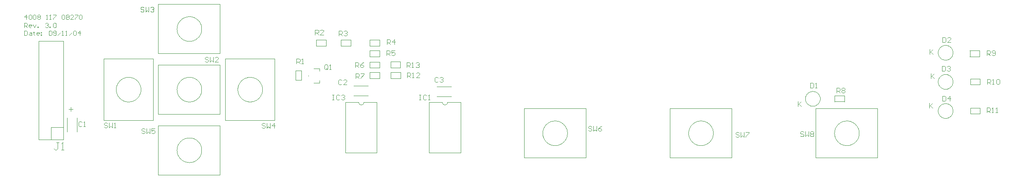
<source format=gto>
*%FSLAX23Y23*%
*%MOIN*%
G01*
D11*
X13496Y7813D02*
Y7853D01*
X13516D01*
X13523Y7846D01*
Y7833D01*
X13516Y7826D01*
X13496D01*
X13509D02*
X13523Y7813D01*
X13536D02*
X13549D01*
X13543D01*
Y7853D01*
X13544D01*
X13543D02*
X13536Y7846D01*
X13569Y7813D02*
X13583D01*
X13576D01*
Y7853D01*
X13577D01*
X13576D02*
X13569Y7846D01*
X13500Y8045D02*
Y8085D01*
X13520D01*
X13527Y8078D01*
Y8065D01*
X13520Y8058D01*
X13500D01*
X13513D02*
X13527Y8045D01*
X13540D02*
X13553D01*
X13547D01*
Y8085D01*
X13548D01*
X13547D02*
X13540Y8078D01*
X13573D02*
X13580Y8085D01*
X13593D01*
X13600Y8078D01*
Y8052D01*
X13593Y8045D01*
X13580D01*
X13573Y8052D01*
Y8078D01*
X13496Y8277D02*
Y8317D01*
X13516D01*
X13523Y8310D01*
Y8297D01*
X13516Y8290D01*
X13496D01*
X13509D02*
X13523Y8277D01*
X13536Y8284D02*
X13543Y8277D01*
X13556D01*
X13563Y8284D01*
Y8310D01*
X13556Y8317D01*
X13543D01*
X13536Y8310D01*
Y8304D01*
X13543Y8297D01*
X13563D01*
X13138Y7947D02*
Y7907D01*
X13158D01*
X13164Y7914D01*
Y7940D01*
X13158Y7947D01*
X13138D01*
X13198D02*
Y7907D01*
X13178Y7927D02*
X13198Y7947D01*
X13204Y7927D02*
X13178D01*
X13134Y8151D02*
Y8191D01*
Y8151D02*
X13154D01*
X13161Y8158D01*
Y8184D01*
X13154Y8191D01*
X13134D01*
X13174Y8184D02*
X13181Y8191D01*
X13194D01*
X13201Y8184D01*
Y8178D01*
X13202D01*
X13201D02*
X13202D01*
X13201D02*
X13202D01*
X13201D02*
X13194Y8171D01*
X13187D01*
X13194D01*
X13201Y8164D01*
Y8158D01*
X13194Y8151D01*
X13181D01*
X13174Y8158D01*
X13138Y8383D02*
Y8423D01*
Y8383D02*
X13158D01*
X13164Y8390D01*
Y8417D01*
X13158Y8423D01*
X13138D01*
X13178Y8383D02*
X13204D01*
X13178D02*
X13204Y8410D01*
Y8417D01*
X13198Y8423D01*
X13184D01*
X13178Y8417D01*
X12280Y8014D02*
Y7974D01*
Y8014D02*
X12300D01*
X12306Y8007D01*
Y7994D01*
X12300Y7987D01*
X12280D01*
X12293D02*
X12306Y7974D01*
X12320Y8007D02*
X12326Y8014D01*
X12340D01*
X12346Y8007D01*
Y8001D01*
X12340Y7994D01*
X12346Y7987D01*
Y7981D01*
X12340Y7974D01*
X12326D01*
X12320Y7981D01*
Y7987D01*
X12326Y7994D01*
X12320Y8001D01*
Y8007D01*
X12326Y7994D02*
X12340D01*
X12067Y8013D02*
Y8053D01*
Y8013D02*
X12087D01*
X12094Y8020D01*
Y8047D01*
X12087Y8053D01*
X12067D01*
X12107Y8013D02*
X12120D01*
X12114D01*
Y8053D01*
X12115D01*
X12114D02*
X12107Y8047D01*
X12008Y7660D02*
X12015Y7653D01*
X12008Y7660D02*
X11995D01*
X11988Y7653D01*
Y7646D01*
X11995Y7640D01*
X12008D01*
X12015Y7633D01*
Y7626D01*
X12008Y7620D01*
X11995D01*
X11988Y7626D01*
X12028Y7620D02*
Y7660D01*
X12042Y7633D02*
X12028Y7620D01*
X12042Y7633D02*
X12055Y7620D01*
Y7660D01*
X12068Y7653D02*
X12075Y7660D01*
X12088D01*
X12095Y7653D01*
Y7646D01*
X12088Y7640D01*
X12095Y7633D01*
Y7626D01*
X12088Y7620D01*
X12075D01*
X12068Y7626D01*
Y7633D01*
X12075Y7640D01*
X12068Y7646D01*
Y7653D01*
X12075Y7640D02*
X12088D01*
X11491Y7649D02*
X11485Y7656D01*
X11471D01*
X11465Y7649D01*
Y7642D01*
X11471Y7636D01*
X11485D01*
X11491Y7629D01*
Y7622D01*
X11485Y7616D01*
X11471D01*
X11465Y7622D01*
X11505Y7616D02*
Y7656D01*
X11518Y7629D02*
X11505Y7616D01*
X11518Y7629D02*
X11531Y7616D01*
Y7656D01*
X11545D02*
X11571D01*
Y7649D01*
X11545Y7622D01*
Y7616D01*
X10298Y7696D02*
X10292Y7703D01*
X10278D01*
X10272Y7696D01*
Y7690D01*
X10278Y7683D01*
X10292D01*
X10298Y7676D01*
Y7670D01*
X10292Y7663D01*
X10278D01*
X10272Y7670D01*
X10312Y7663D02*
Y7703D01*
X10325Y7676D02*
X10312Y7663D01*
X10325Y7676D02*
X10338Y7663D01*
Y7703D01*
X10365Y7696D02*
X10378Y7703D01*
X10365Y7696D02*
X10352Y7683D01*
Y7670D01*
X10358Y7663D01*
X10372D01*
X10378Y7670D01*
Y7676D01*
X10372Y7683D01*
X10352D01*
X8385Y8181D02*
Y8221D01*
X8405D01*
X8412Y8214D01*
Y8201D01*
X8405Y8194D01*
X8385D01*
X8398D02*
X8412Y8181D01*
X8438Y8214D02*
X8452Y8221D01*
X8438Y8214D02*
X8425Y8201D01*
Y8187D01*
X8432Y8181D01*
X8445D01*
X8452Y8187D01*
Y8194D01*
X8445Y8201D01*
X8425D01*
X8638Y8277D02*
Y8317D01*
X8658D01*
X8664Y8310D01*
Y8297D01*
X8658Y8290D01*
X8638D01*
X8651D02*
X8664Y8277D01*
X8678Y8317D02*
X8704D01*
X8678D02*
Y8297D01*
X8691Y8304D01*
X8698D01*
X8704Y8297D01*
Y8284D01*
X8698Y8277D01*
X8684D01*
X8678Y8284D01*
X8642Y8368D02*
Y8408D01*
X8662D01*
X8668Y8401D01*
Y8388D01*
X8662Y8381D01*
X8642D01*
X8655D02*
X8668Y8368D01*
X8702D02*
Y8408D01*
X8682Y8388D01*
X8708D01*
X8252Y8439D02*
Y8479D01*
X8272D01*
X8279Y8472D01*
Y8459D01*
X8272Y8452D01*
X8252D01*
X8265D02*
X8279Y8439D01*
X8292Y8472D02*
X8299Y8479D01*
X8312D01*
X8319Y8472D01*
Y8465D01*
X8320D01*
X8319D02*
X8320D01*
X8319D02*
X8320D01*
X8319D02*
X8312Y8459D01*
X8305D01*
X8312D01*
X8319Y8452D01*
Y8445D01*
X8312Y8439D01*
X8299D01*
X8292Y8445D01*
X9048Y8101D02*
X9054Y8094D01*
X9048Y8101D02*
X9034D01*
X9028Y8094D01*
Y8067D01*
X9034Y8061D01*
X9048D01*
X9054Y8067D01*
X9068Y8094D02*
X9074Y8101D01*
X9088D01*
X9094Y8094D01*
Y8087D01*
X9095D01*
X9094D02*
X9095D01*
X9094D02*
X9095D01*
X9094D02*
X9088Y8081D01*
X9081D01*
X9088D01*
X9094Y8074D01*
Y8067D01*
X9088Y8061D01*
X9074D01*
X9068Y8067D01*
X8274Y8075D02*
X8267Y8082D01*
X8254D01*
X8247Y8075D01*
Y8048D01*
X8254Y8042D01*
X8267D01*
X8274Y8048D01*
X8287Y8042D02*
X8314D01*
X8287D02*
X8314Y8068D01*
Y8075D01*
X8307Y8082D01*
X8294D01*
X8287Y8075D01*
X8210Y7959D02*
X8197D01*
X8204D02*
X8210D01*
X8204D02*
Y7919D01*
X8197D01*
X8210D01*
X8250Y7959D02*
X8257Y7952D01*
X8250Y7959D02*
X8237D01*
X8230Y7952D01*
Y7926D01*
X8237Y7919D01*
X8250D01*
X8257Y7926D01*
X8270Y7952D02*
X8277Y7959D01*
X8290D01*
X8297Y7952D01*
Y7946D01*
X8298D01*
X8297D02*
X8298D01*
X8297D02*
X8298D01*
X8297D02*
X8290Y7939D01*
X8284D01*
X8290D01*
X8297Y7932D01*
Y7926D01*
X8290Y7919D01*
X8277D01*
X8270Y7926D01*
X8902Y7959D02*
X8915D01*
X8908D01*
Y7919D01*
X8902D01*
X8915D01*
X8955Y7959D02*
X8962Y7952D01*
X8955Y7959D02*
X8942D01*
X8935Y7952D01*
Y7926D01*
X8942Y7919D01*
X8955D01*
X8962Y7926D01*
X8975Y7919D02*
X8988D01*
X8982D01*
Y7959D01*
X8983D01*
X8982D02*
X8975Y7952D01*
X8387Y8090D02*
Y8130D01*
X8407D01*
X8414Y8123D01*
Y8110D01*
X8407Y8103D01*
X8387D01*
X8400D02*
X8414Y8090D01*
X8427Y8130D02*
X8454D01*
Y8123D01*
X8427Y8096D01*
Y8090D01*
X8801Y8180D02*
Y8220D01*
X8821D01*
X8828Y8213D01*
Y8200D01*
X8821Y8193D01*
X8801D01*
X8814D02*
X8828Y8180D01*
X8841D02*
X8854D01*
X8848D01*
Y8220D01*
X8849D01*
X8848D02*
X8841Y8213D01*
X8874D02*
X8881Y8220D01*
X8894D01*
X8901Y8213D01*
Y8206D01*
X8902D01*
X8901D02*
X8902D01*
X8901D02*
X8902D01*
X8901D02*
X8894Y8200D01*
X8888D01*
X8894D01*
X8901Y8193D01*
Y8186D01*
X8894Y8180D01*
X8881D01*
X8874Y8186D01*
X8803Y8137D02*
Y8097D01*
Y8137D02*
X8823D01*
X8830Y8130D01*
Y8117D01*
X8823Y8110D01*
X8803D01*
X8816D02*
X8830Y8097D01*
X8843D02*
X8856D01*
X8850D01*
Y8137D01*
X8851D01*
X8850D02*
X8843Y8130D01*
X8876Y8097D02*
X8903D01*
X8876D02*
X8903Y8123D01*
Y8130D01*
X8896Y8137D01*
X8883D01*
X8876Y8130D01*
X8059Y8446D02*
Y8486D01*
X8079D01*
X8086Y8480D01*
Y8466D01*
X8079Y8460D01*
X8059D01*
X8072D02*
X8086Y8446D01*
X8099D02*
X8126D01*
X8099D02*
X8126Y8473D01*
Y8480D01*
X8119Y8486D01*
X8106D01*
X8099Y8480D01*
X7909Y8250D02*
Y8210D01*
Y8250D02*
X7929D01*
X7936Y8244D01*
Y8230D01*
X7929Y8224D01*
X7909D01*
X7923D02*
X7936Y8210D01*
X7949D02*
X7963D01*
X7956D01*
Y8250D01*
X7957D01*
X7956D02*
X7949Y8244D01*
X8161Y8196D02*
Y8170D01*
Y8196D02*
X8154Y8203D01*
X8141D01*
X8134Y8196D01*
Y8170D01*
X8141Y8163D01*
X8154D01*
X8161D02*
X8147Y8176D01*
X8154Y8163D02*
X8161Y8170D01*
X8174Y8163D02*
X8187D01*
X8181D01*
Y8203D01*
X8182D01*
X8181D02*
X8174Y8196D01*
X7193Y8257D02*
X7186Y8264D01*
X7173D01*
X7166Y8257D01*
Y8250D01*
X7173Y8244D01*
X7186D01*
X7193Y8237D01*
Y8230D01*
X7186Y8224D01*
X7173D01*
X7166Y8230D01*
X7206Y8224D02*
Y8264D01*
X7220Y8237D02*
X7206Y8224D01*
X7220Y8237D02*
X7233Y8224D01*
Y8264D01*
X7246Y8224D02*
X7273D01*
X7246D02*
X7273Y8250D01*
Y8257D01*
X7266Y8264D01*
X7253D01*
X7246Y8257D01*
X6674Y7683D02*
X6680Y7677D01*
X6674Y7683D02*
X6660D01*
X6654Y7677D01*
Y7670D01*
X6660Y7663D01*
X6674D01*
X6680Y7657D01*
Y7650D01*
X6674Y7643D01*
X6660D01*
X6654Y7650D01*
X6694Y7643D02*
Y7683D01*
X6707Y7657D02*
X6694Y7643D01*
X6707Y7657D02*
X6720Y7643D01*
Y7683D01*
X6734D02*
X6760D01*
X6734D02*
Y7663D01*
X6747Y7670D01*
X6754D01*
X6760Y7663D01*
Y7650D01*
X6754Y7643D01*
X6740D01*
X6734Y7650D01*
X6672Y8665D02*
X6666Y8671D01*
X6652D01*
X6646Y8665D01*
Y8658D01*
X6652Y8651D01*
X6666D01*
X6672Y8645D01*
Y8638D01*
X6666Y8631D01*
X6652D01*
X6646Y8638D01*
X6686Y8631D02*
Y8671D01*
X6699Y8645D02*
X6686Y8631D01*
X6699Y8645D02*
X6712Y8631D01*
Y8671D01*
X6726Y8665D02*
X6732Y8671D01*
X6746D01*
X6752Y8665D01*
Y8658D01*
X6753D01*
X6752D02*
X6753D01*
X6752D02*
X6753D01*
X6752D02*
X6746Y8651D01*
X6739D01*
X6746D01*
X6752Y8645D01*
Y8638D01*
X6746Y8631D01*
X6732D01*
X6726Y8638D01*
X7646Y7727D02*
X7653Y7720D01*
X7646Y7727D02*
X7633D01*
X7626Y7720D01*
Y7713D01*
X7633Y7707D01*
X7646D01*
X7653Y7700D01*
Y7693D01*
X7646Y7687D01*
X7633D01*
X7626Y7693D01*
X7666Y7687D02*
Y7727D01*
X7679Y7700D02*
X7666Y7687D01*
X7679Y7700D02*
X7693Y7687D01*
Y7727D01*
X7726D02*
Y7687D01*
X7706Y7707D02*
X7726Y7727D01*
X7733Y7707D02*
X7706D01*
X6171Y7733D02*
X6165Y7740D01*
X6151D01*
X6145Y7733D01*
Y7707D01*
X6151Y7700D01*
X6165D01*
X6171Y7707D01*
X6185Y7700D02*
X6198D01*
X6191D01*
Y7740D01*
X6192D01*
X6191D02*
X6185Y7733D01*
X5985Y7570D02*
X5965D01*
X5975D01*
Y7520D01*
X5965Y7510D01*
X5955D01*
X5945Y7520D01*
X6005Y7510D02*
X6025D01*
X6015D01*
Y7570D01*
X6016D01*
X6015D02*
X6005Y7560D01*
X6370Y7731D02*
X6377Y7724D01*
X6370Y7731D02*
X6357D01*
X6350Y7724D01*
Y7717D01*
X6357Y7711D01*
X6370D01*
X6377Y7704D01*
Y7697D01*
X6370Y7691D01*
X6357D01*
X6350Y7697D01*
X6390Y7691D02*
Y7731D01*
X6404Y7704D02*
X6390Y7691D01*
X6404Y7704D02*
X6417Y7691D01*
Y7731D01*
X6430Y7691D02*
X6444D01*
X6437D01*
Y7731D01*
X6438D01*
X6437D02*
X6430Y7724D01*
D14*
X13363Y7804D02*
Y7852D01*
X13442D02*
Y7804D01*
X13442Y7852D02*
X13363D01*
Y7804D02*
X13442D01*
X13363Y8040D02*
Y8088D01*
X13442D02*
Y8040D01*
X13442Y8089D02*
X13363D01*
Y8041D02*
X13442D01*
X13360Y8269D02*
Y8317D01*
X13438D02*
Y8269D01*
X13438Y8317D02*
X13359D01*
Y8269D02*
X13438D01*
X13221Y7828D02*
X13221Y7825D01*
X13221Y7822D01*
X13221Y7818D01*
X13220Y7815D01*
X13219Y7812D01*
X13218Y7809D01*
X13217Y7806D01*
X13216Y7803D01*
X13214Y7800D01*
X13213Y7797D01*
X13211Y7794D01*
X13209Y7791D01*
X13207Y7789D01*
X13204Y7786D01*
X13202Y7784D01*
X13200Y7782D01*
X13197Y7780D01*
X13194Y7778D01*
X13191Y7776D01*
X13189Y7775D01*
X13186Y7773D01*
X13182Y7772D01*
X13179Y7771D01*
X13176Y7770D01*
X13173Y7769D01*
X13170Y7769D01*
X13166Y7769D01*
X13163Y7768D01*
X13160D01*
X13156Y7769D01*
X13153Y7769D01*
X13150Y7769D01*
X13147Y7770D01*
X13144Y7771D01*
X13140Y7772D01*
X13137Y7773D01*
X13134Y7775D01*
X13131Y7776D01*
X13129Y7778D01*
X13126Y7780D01*
X13123Y7782D01*
X13121Y7784D01*
X13118Y7786D01*
X13116Y7789D01*
X13114Y7791D01*
X13112Y7794D01*
X13110Y7797D01*
X13109Y7800D01*
X13107Y7803D01*
X13106Y7806D01*
X13105Y7809D01*
X13104Y7812D01*
X13103Y7815D01*
X13102Y7818D01*
X13102Y7822D01*
X13102Y7825D01*
X13101Y7828D01*
X13102Y7832D01*
X13102Y7835D01*
X13102Y7838D01*
X13103Y7841D01*
X13104Y7845D01*
X13105Y7848D01*
X13106Y7851D01*
X13107Y7854D01*
X13109Y7857D01*
X13110Y7860D01*
X13112Y7863D01*
X13114Y7865D01*
X13116Y7868D01*
X13118Y7870D01*
X13121Y7872D01*
X13123Y7875D01*
X13126Y7877D01*
X13129Y7879D01*
X13131Y7880D01*
X13134Y7882D01*
X13137Y7883D01*
X13140Y7885D01*
X13144Y7886D01*
X13147Y7886D01*
X13150Y7887D01*
X13153Y7888D01*
X13156Y7888D01*
X13160Y7888D01*
X13163D01*
X13166Y7888D01*
X13170Y7888D01*
X13173Y7887D01*
X13176Y7886D01*
X13179Y7886D01*
X13182Y7885D01*
X13186Y7883D01*
X13189Y7882D01*
X13191Y7880D01*
X13194Y7879D01*
X13197Y7877D01*
X13200Y7875D01*
X13202Y7872D01*
X13204Y7870D01*
X13207Y7868D01*
X13209Y7865D01*
X13211Y7863D01*
X13213Y7860D01*
X13214Y7857D01*
X13216Y7854D01*
X13217Y7851D01*
X13218Y7848D01*
X13219Y7845D01*
X13220Y7841D01*
X13221Y7838D01*
X13221Y7835D01*
X13221Y7832D01*
X13221Y7828D01*
Y8065D02*
X13221Y8061D01*
X13221Y8058D01*
X13221Y8055D01*
X13220Y8051D01*
X13219Y8048D01*
X13218Y8045D01*
X13217Y8042D01*
X13216Y8039D01*
X13214Y8036D01*
X13213Y8033D01*
X13211Y8030D01*
X13209Y8028D01*
X13207Y8025D01*
X13204Y8023D01*
X13202Y8020D01*
X13200Y8018D01*
X13197Y8016D01*
X13194Y8014D01*
X13191Y8013D01*
X13189Y8011D01*
X13186Y8010D01*
X13182Y8008D01*
X13179Y8007D01*
X13176Y8006D01*
X13173Y8006D01*
X13170Y8005D01*
X13166Y8005D01*
X13163Y8005D01*
X13160D01*
X13156Y8005D01*
X13153Y8005D01*
X13150Y8006D01*
X13147Y8006D01*
X13144Y8007D01*
X13140Y8008D01*
X13137Y8010D01*
X13134Y8011D01*
X13131Y8013D01*
X13129Y8014D01*
X13126Y8016D01*
X13123Y8018D01*
X13121Y8020D01*
X13118Y8023D01*
X13116Y8025D01*
X13114Y8028D01*
X13112Y8030D01*
X13110Y8033D01*
X13109Y8036D01*
X13107Y8039D01*
X13106Y8042D01*
X13105Y8045D01*
X13104Y8048D01*
X13103Y8051D01*
X13102Y8055D01*
X13102Y8058D01*
X13102Y8061D01*
X13101Y8065D01*
X13102Y8068D01*
X13102Y8071D01*
X13102Y8074D01*
X13103Y8078D01*
X13104Y8081D01*
X13105Y8084D01*
X13106Y8087D01*
X13107Y8090D01*
X13109Y8093D01*
X13110Y8096D01*
X13112Y8099D01*
X13114Y8101D01*
X13116Y8104D01*
X13118Y8106D01*
X13121Y8109D01*
X13123Y8111D01*
X13126Y8113D01*
X13129Y8115D01*
X13131Y8116D01*
X13134Y8118D01*
X13137Y8119D01*
X13140Y8121D01*
X13144Y8122D01*
X13147Y8123D01*
X13150Y8123D01*
X13153Y8124D01*
X13156Y8124D01*
X13160Y8125D01*
X13163D01*
X13166Y8124D01*
X13170Y8124D01*
X13173Y8123D01*
X13176Y8123D01*
X13179Y8122D01*
X13182Y8121D01*
X13186Y8119D01*
X13189Y8118D01*
X13191Y8116D01*
X13194Y8115D01*
X13197Y8113D01*
X13200Y8111D01*
X13202Y8109D01*
X13204Y8106D01*
X13207Y8104D01*
X13209Y8101D01*
X13211Y8099D01*
X13213Y8096D01*
X13214Y8093D01*
X13216Y8090D01*
X13217Y8087D01*
X13218Y8084D01*
X13219Y8081D01*
X13220Y8078D01*
X13221Y8074D01*
X13221Y8071D01*
X13221Y8068D01*
X13221Y8065D01*
Y8301D02*
X13221Y8297D01*
X13221Y8294D01*
X13221Y8291D01*
X13220Y8288D01*
X13219Y8284D01*
X13218Y8281D01*
X13217Y8278D01*
X13216Y8275D01*
X13214Y8272D01*
X13213Y8269D01*
X13211Y8267D01*
X13209Y8264D01*
X13207Y8261D01*
X13204Y8259D01*
X13202Y8257D01*
X13200Y8254D01*
X13197Y8252D01*
X13194Y8251D01*
X13191Y8249D01*
X13189Y8247D01*
X13186Y8246D01*
X13182Y8245D01*
X13179Y8243D01*
X13176Y8243D01*
X13173Y8242D01*
X13170Y8241D01*
X13166Y8241D01*
X13163Y8241D01*
X13160D01*
X13156Y8241D01*
X13153Y8241D01*
X13150Y8242D01*
X13147Y8243D01*
X13144Y8243D01*
X13140Y8245D01*
X13137Y8246D01*
X13134Y8247D01*
X13131Y8249D01*
X13129Y8251D01*
X13126Y8252D01*
X13123Y8254D01*
X13121Y8257D01*
X13118Y8259D01*
X13116Y8261D01*
X13114Y8264D01*
X13112Y8267D01*
X13110Y8269D01*
X13109Y8272D01*
X13107Y8275D01*
X13106Y8278D01*
X13105Y8281D01*
X13104Y8284D01*
X13103Y8288D01*
X13102Y8291D01*
X13102Y8294D01*
X13102Y8297D01*
X13101Y8301D01*
X13102Y8304D01*
X13102Y8307D01*
X13102Y8311D01*
X13103Y8314D01*
X13104Y8317D01*
X13105Y8320D01*
X13106Y8323D01*
X13107Y8326D01*
X13109Y8329D01*
X13110Y8332D01*
X13112Y8335D01*
X13114Y8338D01*
X13116Y8340D01*
X13118Y8343D01*
X13121Y8345D01*
X13123Y8347D01*
X13126Y8349D01*
X13129Y8351D01*
X13131Y8353D01*
X13134Y8354D01*
X13137Y8356D01*
X13140Y8357D01*
X13144Y8358D01*
X13147Y8359D01*
X13150Y8360D01*
X13153Y8360D01*
X13156Y8361D01*
X13160Y8361D01*
X13163D01*
X13166Y8361D01*
X13170Y8360D01*
X13173Y8360D01*
X13176Y8359D01*
X13179Y8358D01*
X13182Y8357D01*
X13186Y8356D01*
X13189Y8354D01*
X13191Y8353D01*
X13194Y8351D01*
X13197Y8349D01*
X13200Y8347D01*
X13202Y8345D01*
X13204Y8343D01*
X13207Y8340D01*
X13209Y8338D01*
X13211Y8335D01*
X13213Y8332D01*
X13214Y8329D01*
X13216Y8326D01*
X13217Y8323D01*
X13218Y8320D01*
X13219Y8317D01*
X13220Y8314D01*
X13221Y8311D01*
X13221Y8307D01*
X13221Y8304D01*
X13221Y8301D01*
X12265Y7950D02*
Y7902D01*
X12344D02*
Y7950D01*
X12344Y7951D02*
X12265D01*
Y7903D02*
X12344D01*
X12147Y7927D02*
X12147Y7923D01*
X12146Y7920D01*
X12146Y7917D01*
X12145Y7914D01*
X12144Y7910D01*
X12143Y7907D01*
X12142Y7904D01*
X12141Y7901D01*
X12139Y7898D01*
X12138Y7895D01*
X12136Y7893D01*
X12134Y7890D01*
X12132Y7887D01*
X12130Y7885D01*
X12127Y7883D01*
X12125Y7880D01*
X12122Y7878D01*
X12119Y7877D01*
X12117Y7875D01*
X12114Y7873D01*
X12111Y7872D01*
X12108Y7871D01*
X12105Y7869D01*
X12101Y7869D01*
X12098Y7868D01*
X12095Y7867D01*
X12092Y7867D01*
X12088Y7867D01*
X12085D01*
X12082Y7867D01*
X12078Y7867D01*
X12075Y7868D01*
X12072Y7869D01*
X12069Y7869D01*
X12066Y7871D01*
X12063Y7872D01*
X12060Y7873D01*
X12057Y7875D01*
X12054Y7877D01*
X12051Y7878D01*
X12048Y7880D01*
X12046Y7883D01*
X12044Y7885D01*
X12041Y7887D01*
X12039Y7890D01*
X12037Y7893D01*
X12036Y7895D01*
X12034Y7898D01*
X12032Y7901D01*
X12031Y7904D01*
X12030Y7907D01*
X12029Y7910D01*
X12028Y7914D01*
X12027Y7917D01*
X12027Y7920D01*
X12027Y7923D01*
X12027Y7927D01*
X12027Y7930D01*
X12027Y7933D01*
X12027Y7937D01*
X12028Y7940D01*
X12029Y7943D01*
X12030Y7946D01*
X12031Y7949D01*
X12032Y7952D01*
X12034Y7955D01*
X12036Y7958D01*
X12037Y7961D01*
X12039Y7964D01*
X12041Y7966D01*
X12044Y7969D01*
X12046Y7971D01*
X12048Y7973D01*
X12051Y7975D01*
X12054Y7977D01*
X12057Y7979D01*
X12060Y7980D01*
X12063Y7982D01*
X12066Y7983D01*
X12069Y7984D01*
X12072Y7985D01*
X12075Y7986D01*
X12078Y7986D01*
X12082Y7987D01*
X12085Y7987D01*
X12088D01*
X12092Y7987D01*
X12095Y7986D01*
X12098Y7986D01*
X12101Y7985D01*
X12105Y7984D01*
X12108Y7983D01*
X12111Y7982D01*
X12114Y7980D01*
X12117Y7979D01*
X12119Y7977D01*
X12122Y7975D01*
X12125Y7973D01*
X12127Y7971D01*
X12130Y7969D01*
X12132Y7966D01*
X12134Y7964D01*
X12136Y7961D01*
X12138Y7958D01*
X12139Y7955D01*
X12141Y7952D01*
X12142Y7949D01*
X12143Y7946D01*
X12144Y7943D01*
X12145Y7940D01*
X12146Y7937D01*
X12146Y7933D01*
X12147Y7930D01*
X12147Y7927D01*
X12462Y7647D02*
X12462Y7644D01*
X12462Y7641D01*
X12462Y7637D01*
X12461Y7634D01*
X12461Y7631D01*
X12460Y7627D01*
X12460Y7624D01*
X12459Y7621D01*
X12458Y7618D01*
X12457Y7615D01*
X12456Y7611D01*
X12454Y7608D01*
X12453Y7605D01*
X12452Y7602D01*
X12450Y7599D01*
X12448Y7596D01*
X12447Y7594D01*
X12445Y7591D01*
X12443Y7588D01*
X12441Y7586D01*
X12439Y7583D01*
X12437Y7580D01*
X12434Y7578D01*
X12432Y7576D01*
X12430Y7573D01*
X12427Y7571D01*
X12425Y7569D01*
X12422Y7567D01*
X12419Y7565D01*
X12416Y7563D01*
X12414Y7561D01*
X12411Y7560D01*
X12408Y7558D01*
X12405Y7557D01*
X12402Y7555D01*
X12399Y7554D01*
X12396Y7553D01*
X12392Y7552D01*
X12389Y7551D01*
X12386Y7550D01*
X12383Y7549D01*
X12380Y7549D01*
X12376Y7548D01*
X12373Y7548D01*
X12370Y7547D01*
X12366Y7547D01*
X12363Y7547D01*
X12360Y7547D01*
X12356Y7547D01*
X12353Y7548D01*
X12350Y7548D01*
X12347Y7548D01*
X12343Y7549D01*
X12340Y7550D01*
X12337Y7551D01*
X12334Y7551D01*
X12330Y7552D01*
X12327Y7554D01*
X12324Y7555D01*
X12321Y7556D01*
X12318Y7557D01*
X12315Y7559D01*
X12312Y7561D01*
X12309Y7562D01*
X12307Y7564D01*
X12304Y7566D01*
X12301Y7568D01*
X12299Y7570D01*
X12296Y7572D01*
X12294Y7574D01*
X12291Y7577D01*
X12289Y7579D01*
X12287Y7582D01*
X12285Y7584D01*
X12283Y7587D01*
X12281Y7590D01*
X12279Y7592D01*
X12277Y7595D01*
X12275Y7598D01*
X12274Y7601D01*
X12272Y7604D01*
X12271Y7607D01*
X12269Y7610D01*
X12268Y7613D01*
X12267Y7616D01*
X12266Y7619D01*
X12265Y7623D01*
X12265Y7626D01*
X12264Y7629D01*
X12263Y7632D01*
X12263Y7636D01*
X12263Y7639D01*
X12262Y7642D01*
X12262Y7646D01*
Y7649D01*
X12262Y7652D01*
X12263Y7656D01*
X12263Y7659D01*
X12263Y7662D01*
X12264Y7665D01*
X12265Y7669D01*
X12265Y7672D01*
X12266Y7675D01*
X12267Y7678D01*
X12268Y7681D01*
X12269Y7685D01*
X12271Y7688D01*
X12272Y7691D01*
X12274Y7694D01*
X12275Y7696D01*
X12277Y7699D01*
X12279Y7702D01*
X12281Y7705D01*
X12283Y7708D01*
X12285Y7710D01*
X12287Y7713D01*
X12289Y7715D01*
X12291Y7718D01*
X12294Y7720D01*
X12296Y7722D01*
X12299Y7724D01*
X12301Y7726D01*
X12304Y7728D01*
X12307Y7730D01*
X12309Y7732D01*
X12312Y7734D01*
X12315Y7735D01*
X12318Y7737D01*
X12321Y7738D01*
X12324Y7740D01*
X12327Y7741D01*
X12330Y7742D01*
X12334Y7743D01*
X12337Y7744D01*
X12340Y7745D01*
X12343Y7745D01*
X12347Y7746D01*
X12350Y7746D01*
X12353Y7747D01*
X12356Y7747D01*
X12360Y7747D01*
X12363Y7747D01*
X12366Y7747D01*
X12370Y7747D01*
X12373Y7747D01*
X12376Y7746D01*
X12380Y7746D01*
X12383Y7745D01*
X12386Y7744D01*
X12389Y7743D01*
X12392Y7743D01*
X12396Y7741D01*
X12399Y7740D01*
X12402Y7739D01*
X12405Y7738D01*
X12408Y7736D01*
X12411Y7735D01*
X12414Y7733D01*
X12416Y7731D01*
X12419Y7729D01*
X12422Y7727D01*
X12425Y7725D01*
X12427Y7723D01*
X12430Y7721D01*
X12432Y7719D01*
X12434Y7716D01*
X12437Y7714D01*
X12439Y7711D01*
X12441Y7709D01*
X12443Y7706D01*
X12445Y7704D01*
X12447Y7701D01*
X12448Y7698D01*
X12450Y7695D01*
X12452Y7692D01*
X12453Y7689D01*
X12454Y7686D01*
X12456Y7683D01*
X12457Y7680D01*
X12458Y7677D01*
X12459Y7673D01*
X12460Y7670D01*
X12460Y7667D01*
X12461Y7664D01*
X12461Y7660D01*
X12462Y7657D01*
X12462Y7654D01*
X12462Y7651D01*
X12462Y7647D01*
X12612Y7447D02*
Y7847D01*
X12112D02*
Y7447D01*
Y7847D02*
X12612D01*
Y7447D02*
X12112D01*
X11281Y7647D02*
X11281Y7644D01*
X11281Y7641D01*
X11281Y7637D01*
X11280Y7634D01*
X11280Y7631D01*
X11279Y7627D01*
X11278Y7624D01*
X11278Y7621D01*
X11277Y7618D01*
X11276Y7615D01*
X11275Y7611D01*
X11273Y7608D01*
X11272Y7605D01*
X11270Y7602D01*
X11269Y7599D01*
X11267Y7596D01*
X11266Y7594D01*
X11264Y7591D01*
X11262Y7588D01*
X11260Y7586D01*
X11258Y7583D01*
X11256Y7580D01*
X11253Y7578D01*
X11251Y7576D01*
X11249Y7573D01*
X11246Y7571D01*
X11243Y7569D01*
X11241Y7567D01*
X11238Y7565D01*
X11235Y7563D01*
X11233Y7561D01*
X11230Y7560D01*
X11227Y7558D01*
X11224Y7557D01*
X11221Y7555D01*
X11218Y7554D01*
X11215Y7553D01*
X11211Y7552D01*
X11208Y7551D01*
X11205Y7550D01*
X11202Y7549D01*
X11198Y7549D01*
X11195Y7548D01*
X11192Y7548D01*
X11189Y7547D01*
X11185Y7547D01*
X11182Y7547D01*
X11179Y7547D01*
X11175Y7547D01*
X11172Y7548D01*
X11169Y7548D01*
X11165Y7548D01*
X11162Y7549D01*
X11159Y7550D01*
X11156Y7551D01*
X11152Y7551D01*
X11149Y7552D01*
X11146Y7554D01*
X11143Y7555D01*
X11140Y7556D01*
X11137Y7557D01*
X11134Y7559D01*
X11131Y7561D01*
X11128Y7562D01*
X11125Y7564D01*
X11123Y7566D01*
X11120Y7568D01*
X11117Y7570D01*
X11115Y7572D01*
X11113Y7574D01*
X11110Y7577D01*
X11108Y7579D01*
X11106Y7582D01*
X11103Y7584D01*
X11101Y7587D01*
X11099Y7590D01*
X11098Y7592D01*
X11096Y7595D01*
X11094Y7598D01*
X11093Y7601D01*
X11091Y7604D01*
X11090Y7607D01*
X11088Y7610D01*
X11087Y7613D01*
X11086Y7616D01*
X11085Y7619D01*
X11084Y7623D01*
X11083Y7626D01*
X11083Y7629D01*
X11082Y7632D01*
X11082Y7636D01*
X11081Y7639D01*
X11081Y7642D01*
X11081Y7646D01*
Y7649D01*
X11081Y7652D01*
X11081Y7656D01*
X11082Y7659D01*
X11082Y7662D01*
X11083Y7665D01*
X11083Y7669D01*
X11084Y7672D01*
X11085Y7675D01*
X11086Y7678D01*
X11087Y7681D01*
X11088Y7685D01*
X11090Y7688D01*
X11091Y7691D01*
X11093Y7694D01*
X11094Y7696D01*
X11096Y7699D01*
X11098Y7702D01*
X11099Y7705D01*
X11101Y7708D01*
X11103Y7710D01*
X11106Y7713D01*
X11108Y7715D01*
X11110Y7718D01*
X11113Y7720D01*
X11115Y7722D01*
X11117Y7724D01*
X11120Y7726D01*
X11123Y7728D01*
X11125Y7730D01*
X11128Y7732D01*
X11131Y7734D01*
X11134Y7735D01*
X11137Y7737D01*
X11140Y7738D01*
X11143Y7740D01*
X11146Y7741D01*
X11149Y7742D01*
X11152Y7743D01*
X11156Y7744D01*
X11159Y7745D01*
X11162Y7745D01*
X11165Y7746D01*
X11169Y7746D01*
X11172Y7747D01*
X11175Y7747D01*
X11179Y7747D01*
X11182Y7747D01*
X11185Y7747D01*
X11189Y7747D01*
X11192Y7747D01*
X11195Y7746D01*
X11198Y7746D01*
X11202Y7745D01*
X11205Y7744D01*
X11208Y7743D01*
X11211Y7743D01*
X11215Y7741D01*
X11218Y7740D01*
X11221Y7739D01*
X11224Y7738D01*
X11227Y7736D01*
X11230Y7735D01*
X11233Y7733D01*
X11235Y7731D01*
X11238Y7729D01*
X11241Y7727D01*
X11243Y7725D01*
X11246Y7723D01*
X11249Y7721D01*
X11251Y7719D01*
X11253Y7716D01*
X11256Y7714D01*
X11258Y7711D01*
X11260Y7709D01*
X11262Y7706D01*
X11264Y7704D01*
X11266Y7701D01*
X11267Y7698D01*
X11269Y7695D01*
X11270Y7692D01*
X11272Y7689D01*
X11273Y7686D01*
X11275Y7683D01*
X11276Y7680D01*
X11277Y7677D01*
X11278Y7673D01*
X11278Y7670D01*
X11279Y7667D01*
X11280Y7664D01*
X11280Y7660D01*
X11281Y7657D01*
X11281Y7654D01*
X11281Y7651D01*
X11281Y7647D01*
X11431Y7447D02*
Y7847D01*
X10931D02*
Y7447D01*
Y7847D02*
X11431D01*
Y7447D02*
X10931D01*
X10100Y7647D02*
X10100Y7644D01*
X10100Y7641D01*
X10100Y7637D01*
X10099Y7634D01*
X10099Y7631D01*
X10098Y7627D01*
X10097Y7624D01*
X10097Y7621D01*
X10096Y7618D01*
X10095Y7615D01*
X10093Y7611D01*
X10092Y7608D01*
X10091Y7605D01*
X10089Y7602D01*
X10088Y7599D01*
X10086Y7596D01*
X10084Y7594D01*
X10083Y7591D01*
X10081Y7588D01*
X10079Y7586D01*
X10077Y7583D01*
X10074Y7580D01*
X10072Y7578D01*
X10070Y7576D01*
X10067Y7573D01*
X10065Y7571D01*
X10062Y7569D01*
X10060Y7567D01*
X10057Y7565D01*
X10054Y7563D01*
X10051Y7561D01*
X10049Y7560D01*
X10046Y7558D01*
X10043Y7557D01*
X10040Y7555D01*
X10037Y7554D01*
X10033Y7553D01*
X10030Y7552D01*
X10027Y7551D01*
X10024Y7550D01*
X10021Y7549D01*
X10017Y7549D01*
X10014Y7548D01*
X10011Y7548D01*
X10007Y7547D01*
X10004Y7547D01*
X10001Y7547D01*
X9998Y7547D01*
X9994Y7547D01*
X9991Y7548D01*
X9988Y7548D01*
X9984Y7548D01*
X9981Y7549D01*
X9978Y7550D01*
X9975Y7551D01*
X9971Y7551D01*
X9968Y7552D01*
X9965Y7554D01*
X9962Y7555D01*
X9959Y7556D01*
X9956Y7557D01*
X9953Y7559D01*
X9950Y7561D01*
X9947Y7562D01*
X9944Y7564D01*
X9942Y7566D01*
X9939Y7568D01*
X9936Y7570D01*
X9934Y7572D01*
X9931Y7574D01*
X9929Y7577D01*
X9927Y7579D01*
X9924Y7582D01*
X9922Y7584D01*
X9920Y7587D01*
X9918Y7590D01*
X9916Y7592D01*
X9915Y7595D01*
X9913Y7598D01*
X9911Y7601D01*
X9910Y7604D01*
X9909Y7607D01*
X9907Y7610D01*
X9906Y7613D01*
X9905Y7616D01*
X9904Y7619D01*
X9903Y7623D01*
X9902Y7626D01*
X9902Y7629D01*
X9901Y7632D01*
X9901Y7636D01*
X9900Y7639D01*
X9900Y7642D01*
X9900Y7646D01*
Y7649D01*
X9900Y7652D01*
X9900Y7656D01*
X9901Y7659D01*
X9901Y7662D01*
X9902Y7665D01*
X9902Y7669D01*
X9903Y7672D01*
X9904Y7675D01*
X9905Y7678D01*
X9906Y7681D01*
X9907Y7685D01*
X9909Y7688D01*
X9910Y7691D01*
X9911Y7694D01*
X9913Y7696D01*
X9915Y7699D01*
X9916Y7702D01*
X9918Y7705D01*
X9920Y7708D01*
X9922Y7710D01*
X9924Y7713D01*
X9927Y7715D01*
X9929Y7718D01*
X9931Y7720D01*
X9934Y7722D01*
X9936Y7724D01*
X9939Y7726D01*
X9942Y7728D01*
X9944Y7730D01*
X9947Y7732D01*
X9950Y7734D01*
X9953Y7735D01*
X9956Y7737D01*
X9959Y7738D01*
X9962Y7740D01*
X9965Y7741D01*
X9968Y7742D01*
X9971Y7743D01*
X9975Y7744D01*
X9978Y7745D01*
X9981Y7745D01*
X9984Y7746D01*
X9988Y7746D01*
X9991Y7747D01*
X9994Y7747D01*
X9998Y7747D01*
X10001Y7747D01*
X10004Y7747D01*
X10007Y7747D01*
X10011Y7747D01*
X10014Y7746D01*
X10017Y7746D01*
X10021Y7745D01*
X10024Y7744D01*
X10027Y7743D01*
X10030Y7743D01*
X10033Y7741D01*
X10037Y7740D01*
X10040Y7739D01*
X10043Y7738D01*
X10046Y7736D01*
X10049Y7735D01*
X10051Y7733D01*
X10054Y7731D01*
X10057Y7729D01*
X10060Y7727D01*
X10062Y7725D01*
X10065Y7723D01*
X10067Y7721D01*
X10070Y7719D01*
X10072Y7716D01*
X10074Y7714D01*
X10077Y7711D01*
X10079Y7709D01*
X10081Y7706D01*
X10083Y7704D01*
X10084Y7701D01*
X10086Y7698D01*
X10088Y7695D01*
X10089Y7692D01*
X10091Y7689D01*
X10092Y7686D01*
X10093Y7683D01*
X10095Y7680D01*
X10096Y7677D01*
X10097Y7673D01*
X10097Y7670D01*
X10098Y7667D01*
X10099Y7664D01*
X10099Y7660D01*
X10100Y7657D01*
X10100Y7654D01*
X10100Y7651D01*
X10100Y7647D01*
X10250Y7447D02*
Y7847D01*
X9750D02*
Y7447D01*
Y7847D02*
X10250D01*
Y7447D02*
X9750D01*
X8501Y8178D02*
Y8226D01*
X8580D02*
Y8178D01*
X8580Y8226D02*
X8501D01*
Y8178D02*
X8580D01*
X8501Y8269D02*
Y8317D01*
X8580D02*
Y8269D01*
X8580Y8317D02*
X8501D01*
Y8269D02*
X8580D01*
X8501Y8355D02*
Y8403D01*
X8580D02*
Y8355D01*
X8580Y8403D02*
X8501D01*
Y8355D02*
X8580D01*
X8269Y8355D02*
Y8403D01*
X8348D02*
Y8355D01*
X8348Y8403D02*
X8269D01*
Y8355D02*
X8348D01*
X9045Y8026D02*
X9160D01*
Y7946D02*
X9045D01*
X8487Y8030D02*
X8372D01*
Y7950D02*
X8487D01*
X8451Y7898D02*
X8451Y7894D01*
X8450Y7891D01*
X8448Y7888D01*
X8446Y7885D01*
X8444Y7882D01*
X8441Y7880D01*
X8438Y7879D01*
X8435Y7878D01*
X8431Y7878D01*
X8428Y7878D01*
X8424Y7879D01*
X8421Y7880D01*
X8418Y7882D01*
X8416Y7885D01*
X8414Y7888D01*
X8412Y7891D01*
X8411Y7894D01*
X8411Y7898D01*
X8559D02*
Y7488D01*
X8304D02*
Y7898D01*
X8411D01*
X8451D02*
X8559D01*
Y7488D02*
X8304D01*
X9088Y7898D02*
X9089Y7894D01*
X9089Y7891D01*
X9091Y7888D01*
X9093Y7885D01*
X9095Y7882D01*
X9098Y7880D01*
X9101Y7879D01*
X9105Y7878D01*
X9108Y7878D01*
X9112Y7878D01*
X9115Y7879D01*
X9118Y7880D01*
X9121Y7882D01*
X9124Y7885D01*
X9126Y7888D01*
X9127Y7891D01*
X9128Y7894D01*
X9128Y7898D01*
X9236D02*
Y7488D01*
X8981D02*
Y7898D01*
X9088D01*
X9128D02*
X9236D01*
Y7488D02*
X8981D01*
X8501Y8091D02*
Y8139D01*
X8580D02*
Y8091D01*
X8580Y8140D02*
X8501D01*
Y8092D02*
X8580D01*
X8749Y8178D02*
Y8226D01*
X8670D02*
Y8178D01*
X8670Y8179D02*
X8749D01*
Y8227D02*
X8670D01*
X8751Y8139D02*
Y8091D01*
X8672D02*
Y8139D01*
X8672Y8092D02*
X8751D01*
Y8140D02*
X8672D01*
X8068Y8355D02*
Y8403D01*
X8147D02*
Y8355D01*
X8147Y8403D02*
X8068D01*
Y8355D02*
X8147D01*
X7901Y8156D02*
Y8077D01*
X7949D02*
Y8156D01*
X7949Y8078D02*
X7902D01*
Y8156D02*
X7949D01*
X7139Y8002D02*
X7139Y7998D01*
X7139Y7995D01*
X7139Y7992D01*
X7139Y7988D01*
X7138Y7985D01*
X7137Y7982D01*
X7137Y7978D01*
X7136Y7975D01*
X7135Y7972D01*
X7134Y7969D01*
X7133Y7966D01*
X7132Y7963D01*
X7130Y7960D01*
X7129Y7957D01*
X7127Y7954D01*
X7126Y7951D01*
X7124Y7948D01*
X7122Y7945D01*
X7120Y7942D01*
X7118Y7940D01*
X7116Y7937D01*
X7114Y7935D01*
X7112Y7932D01*
X7109Y7930D01*
X7107Y7928D01*
X7104Y7925D01*
X7102Y7923D01*
X7099Y7921D01*
X7096Y7919D01*
X7094Y7918D01*
X7091Y7916D01*
X7088Y7914D01*
X7085Y7913D01*
X7082Y7911D01*
X7079Y7910D01*
X7076Y7908D01*
X7073Y7907D01*
X7070Y7906D01*
X7066Y7905D01*
X7063Y7904D01*
X7060Y7904D01*
X7057Y7903D01*
X7053Y7903D01*
X7050Y7902D01*
X7047Y7902D01*
X7044Y7902D01*
X7040Y7902D01*
X7037Y7902D01*
X7034Y7902D01*
X7030Y7902D01*
X7027Y7902D01*
X7024Y7903D01*
X7020Y7903D01*
X7017Y7904D01*
X7014Y7905D01*
X7011Y7906D01*
X7008Y7907D01*
X7004Y7908D01*
X7001Y7909D01*
X6998Y7910D01*
X6995Y7912D01*
X6992Y7913D01*
X6989Y7915D01*
X6987Y7917D01*
X6984Y7918D01*
X6981Y7920D01*
X6978Y7922D01*
X6976Y7924D01*
X6973Y7927D01*
X6971Y7929D01*
X6968Y7931D01*
X6966Y7934D01*
X6964Y7936D01*
X6962Y7939D01*
X6960Y7941D01*
X6958Y7944D01*
X6956Y7947D01*
X6954Y7949D01*
X6952Y7952D01*
X6951Y7955D01*
X6949Y7958D01*
X6948Y7961D01*
X6947Y7964D01*
X6945Y7967D01*
X6944Y7970D01*
X6943Y7974D01*
X6942Y7977D01*
X6942Y7980D01*
X6941Y7983D01*
X6941Y7987D01*
X6940Y7990D01*
X6940Y7993D01*
X6940Y7997D01*
X6939Y8000D01*
Y8003D01*
X6940Y8007D01*
X6940Y8010D01*
X6940Y8013D01*
X6941Y8016D01*
X6941Y8020D01*
X6942Y8023D01*
X6942Y8026D01*
X6943Y8029D01*
X6944Y8033D01*
X6945Y8036D01*
X6947Y8039D01*
X6948Y8042D01*
X6949Y8045D01*
X6951Y8048D01*
X6952Y8051D01*
X6954Y8054D01*
X6956Y8056D01*
X6958Y8059D01*
X6960Y8062D01*
X6962Y8065D01*
X6964Y8067D01*
X6966Y8070D01*
X6968Y8072D01*
X6971Y8074D01*
X6973Y8077D01*
X6976Y8079D01*
X6978Y8081D01*
X6981Y8083D01*
X6984Y8085D01*
X6987Y8086D01*
X6989Y8088D01*
X6992Y8090D01*
X6995Y8091D01*
X6998Y8093D01*
X7001Y8094D01*
X7004Y8095D01*
X7008Y8096D01*
X7011Y8097D01*
X7014Y8098D01*
X7017Y8099D01*
X7020Y8100D01*
X7024Y8100D01*
X7027Y8101D01*
X7030Y8101D01*
X7034Y8101D01*
X7037Y8102D01*
X7040Y8102D01*
X7044Y8101D01*
X7047Y8101D01*
X7050Y8101D01*
X7053Y8101D01*
X7057Y8100D01*
X7060Y8099D01*
X7063Y8099D01*
X7066Y8098D01*
X7070Y8097D01*
X7073Y8096D01*
X7076Y8095D01*
X7079Y8093D01*
X7082Y8092D01*
X7085Y8091D01*
X7088Y8089D01*
X7091Y8087D01*
X7094Y8086D01*
X7096Y8084D01*
X7099Y8082D01*
X7102Y8080D01*
X7104Y8078D01*
X7107Y8075D01*
X7109Y8073D01*
X7112Y8071D01*
X7114Y8068D01*
X7116Y8066D01*
X7118Y8063D01*
X7120Y8061D01*
X7122Y8058D01*
X7124Y8055D01*
X7126Y8052D01*
X7127Y8049D01*
X7129Y8046D01*
X7130Y8043D01*
X7132Y8040D01*
X7133Y8037D01*
X7134Y8034D01*
X7135Y8031D01*
X7136Y8028D01*
X7137Y8025D01*
X7137Y8021D01*
X7138Y8018D01*
X7139Y8015D01*
X7139Y8012D01*
X7139Y8008D01*
X7139Y8005D01*
X7139Y8002D01*
X7289Y7802D02*
Y8202D01*
X6789D02*
Y7802D01*
Y8202D02*
X7289D01*
Y7802D02*
X6789D01*
X7139Y7509D02*
X7139Y7506D01*
X7139Y7503D01*
X7139Y7499D01*
X7139Y7496D01*
X7138Y7493D01*
X7137Y7490D01*
X7137Y7486D01*
X7136Y7483D01*
X7135Y7480D01*
X7134Y7477D01*
X7133Y7474D01*
X7132Y7471D01*
X7130Y7468D01*
X7129Y7465D01*
X7127Y7462D01*
X7126Y7459D01*
X7124Y7456D01*
X7122Y7453D01*
X7120Y7450D01*
X7118Y7448D01*
X7116Y7445D01*
X7114Y7443D01*
X7112Y7440D01*
X7109Y7438D01*
X7107Y7436D01*
X7104Y7433D01*
X7102Y7431D01*
X7099Y7429D01*
X7096Y7427D01*
X7094Y7425D01*
X7091Y7424D01*
X7088Y7422D01*
X7085Y7420D01*
X7082Y7419D01*
X7079Y7418D01*
X7076Y7416D01*
X7073Y7415D01*
X7070Y7414D01*
X7066Y7413D01*
X7063Y7412D01*
X7060Y7412D01*
X7057Y7411D01*
X7053Y7410D01*
X7050Y7410D01*
X7047Y7410D01*
X7044Y7410D01*
X7040Y7409D01*
X7037Y7409D01*
X7034Y7410D01*
X7030Y7410D01*
X7027Y7410D01*
X7024Y7411D01*
X7020Y7411D01*
X7017Y7412D01*
X7014Y7413D01*
X7011Y7414D01*
X7008Y7415D01*
X7004Y7416D01*
X7001Y7417D01*
X6998Y7418D01*
X6995Y7420D01*
X6992Y7421D01*
X6989Y7423D01*
X6987Y7425D01*
X6984Y7426D01*
X6981Y7428D01*
X6978Y7430D01*
X6976Y7432D01*
X6973Y7434D01*
X6971Y7437D01*
X6968Y7439D01*
X6966Y7441D01*
X6964Y7444D01*
X6962Y7446D01*
X6960Y7449D01*
X6958Y7452D01*
X6956Y7454D01*
X6954Y7457D01*
X6952Y7460D01*
X6951Y7463D01*
X6949Y7466D01*
X6948Y7469D01*
X6947Y7472D01*
X6945Y7475D01*
X6944Y7478D01*
X6943Y7482D01*
X6942Y7485D01*
X6942Y7488D01*
X6941Y7491D01*
X6941Y7495D01*
X6940Y7498D01*
X6940Y7501D01*
X6940Y7504D01*
X6939Y7508D01*
Y7511D01*
X6940Y7514D01*
X6940Y7518D01*
X6940Y7521D01*
X6941Y7524D01*
X6941Y7528D01*
X6942Y7531D01*
X6942Y7534D01*
X6943Y7537D01*
X6944Y7540D01*
X6945Y7544D01*
X6947Y7547D01*
X6948Y7550D01*
X6949Y7553D01*
X6951Y7556D01*
X6952Y7559D01*
X6954Y7562D01*
X6956Y7564D01*
X6958Y7567D01*
X6960Y7570D01*
X6962Y7572D01*
X6964Y7575D01*
X6966Y7577D01*
X6968Y7580D01*
X6971Y7582D01*
X6973Y7584D01*
X6976Y7587D01*
X6978Y7589D01*
X6981Y7591D01*
X6984Y7593D01*
X6987Y7594D01*
X6989Y7596D01*
X6992Y7598D01*
X6995Y7599D01*
X6998Y7601D01*
X7001Y7602D01*
X7004Y7603D01*
X7008Y7604D01*
X7011Y7605D01*
X7014Y7606D01*
X7017Y7607D01*
X7020Y7608D01*
X7024Y7608D01*
X7027Y7609D01*
X7030Y7609D01*
X7034Y7609D01*
X7037Y7609D01*
X7040Y7609D01*
X7044Y7609D01*
X7047Y7609D01*
X7050Y7609D01*
X7053Y7608D01*
X7057Y7608D01*
X7060Y7607D01*
X7063Y7607D01*
X7066Y7606D01*
X7070Y7605D01*
X7073Y7604D01*
X7076Y7603D01*
X7079Y7601D01*
X7082Y7600D01*
X7085Y7598D01*
X7088Y7597D01*
X7091Y7595D01*
X7094Y7593D01*
X7096Y7592D01*
X7099Y7590D01*
X7102Y7588D01*
X7104Y7585D01*
X7107Y7583D01*
X7109Y7581D01*
X7112Y7579D01*
X7114Y7576D01*
X7116Y7574D01*
X7118Y7571D01*
X7120Y7568D01*
X7122Y7566D01*
X7124Y7563D01*
X7126Y7560D01*
X7127Y7557D01*
X7129Y7554D01*
X7130Y7551D01*
X7132Y7548D01*
X7133Y7545D01*
X7134Y7542D01*
X7135Y7539D01*
X7136Y7536D01*
X7137Y7532D01*
X7137Y7529D01*
X7138Y7526D01*
X7139Y7523D01*
X7139Y7519D01*
X7139Y7516D01*
X7139Y7513D01*
X7139Y7509D01*
X6789Y7309D02*
Y7709D01*
X7289D02*
Y7309D01*
X6789D01*
Y7709D02*
X7289D01*
X7139Y8494D02*
X7139Y8490D01*
X7139Y8487D01*
X7139Y8484D01*
X7139Y8480D01*
X7138Y8477D01*
X7137Y8474D01*
X7137Y8471D01*
X7136Y8467D01*
X7135Y8464D01*
X7134Y8461D01*
X7133Y8458D01*
X7132Y8455D01*
X7130Y8452D01*
X7129Y8449D01*
X7127Y8446D01*
X7126Y8443D01*
X7124Y8440D01*
X7122Y8437D01*
X7120Y8435D01*
X7118Y8432D01*
X7116Y8429D01*
X7114Y8427D01*
X7112Y8424D01*
X7109Y8422D01*
X7107Y8420D01*
X7104Y8418D01*
X7102Y8415D01*
X7099Y8413D01*
X7096Y8412D01*
X7094Y8410D01*
X7091Y8408D01*
X7088Y8406D01*
X7085Y8405D01*
X7082Y8403D01*
X7079Y8402D01*
X7076Y8401D01*
X7073Y8399D01*
X7070Y8398D01*
X7066Y8397D01*
X7063Y8397D01*
X7060Y8396D01*
X7057Y8395D01*
X7053Y8395D01*
X7050Y8394D01*
X7047Y8394D01*
X7044Y8394D01*
X7040Y8394D01*
X7037Y8394D01*
X7034Y8394D01*
X7030Y8394D01*
X7027Y8394D01*
X7024Y8395D01*
X7020Y8395D01*
X7017Y8396D01*
X7014Y8397D01*
X7011Y8398D01*
X7008Y8399D01*
X7004Y8400D01*
X7001Y8401D01*
X6998Y8403D01*
X6995Y8404D01*
X6992Y8405D01*
X6989Y8407D01*
X6987Y8409D01*
X6984Y8411D01*
X6981Y8412D01*
X6978Y8414D01*
X6976Y8417D01*
X6973Y8419D01*
X6971Y8421D01*
X6968Y8423D01*
X6966Y8426D01*
X6964Y8428D01*
X6962Y8431D01*
X6960Y8433D01*
X6958Y8436D01*
X6956Y8439D01*
X6954Y8442D01*
X6952Y8444D01*
X6951Y8447D01*
X6949Y8450D01*
X6948Y8453D01*
X6947Y8456D01*
X6945Y8459D01*
X6944Y8463D01*
X6943Y8466D01*
X6942Y8469D01*
X6942Y8472D01*
X6941Y8475D01*
X6941Y8479D01*
X6940Y8482D01*
X6940Y8485D01*
X6940Y8489D01*
X6939Y8492D01*
Y8495D01*
X6940Y8499D01*
X6940Y8502D01*
X6940Y8505D01*
X6941Y8509D01*
X6941Y8512D01*
X6942Y8515D01*
X6942Y8518D01*
X6943Y8522D01*
X6944Y8525D01*
X6945Y8528D01*
X6947Y8531D01*
X6948Y8534D01*
X6949Y8537D01*
X6951Y8540D01*
X6952Y8543D01*
X6954Y8546D01*
X6956Y8549D01*
X6958Y8551D01*
X6960Y8554D01*
X6962Y8557D01*
X6964Y8559D01*
X6966Y8562D01*
X6968Y8564D01*
X6971Y8566D01*
X6973Y8569D01*
X6976Y8571D01*
X6978Y8573D01*
X6981Y8575D01*
X6984Y8577D01*
X6987Y8579D01*
X6989Y8580D01*
X6992Y8582D01*
X6995Y8583D01*
X6998Y8585D01*
X7001Y8586D01*
X7004Y8587D01*
X7008Y8588D01*
X7011Y8589D01*
X7014Y8590D01*
X7017Y8591D01*
X7020Y8592D01*
X7024Y8592D01*
X7027Y8593D01*
X7030Y8593D01*
X7034Y8594D01*
X7037Y8594D01*
X7040Y8594D01*
X7044Y8594D01*
X7047Y8593D01*
X7050Y8593D01*
X7053Y8593D01*
X7057Y8592D01*
X7060Y8592D01*
X7063Y8591D01*
X7066Y8590D01*
X7070Y8589D01*
X7073Y8588D01*
X7076Y8587D01*
X7079Y8585D01*
X7082Y8584D01*
X7085Y8583D01*
X7088Y8581D01*
X7091Y8579D01*
X7094Y8578D01*
X7096Y8576D01*
X7099Y8574D01*
X7102Y8572D01*
X7104Y8570D01*
X7107Y8568D01*
X7109Y8565D01*
X7112Y8563D01*
X7114Y8560D01*
X7116Y8558D01*
X7118Y8555D01*
X7120Y8553D01*
X7122Y8550D01*
X7124Y8547D01*
X7126Y8544D01*
X7127Y8541D01*
X7129Y8539D01*
X7130Y8536D01*
X7132Y8533D01*
X7133Y8529D01*
X7134Y8526D01*
X7135Y8523D01*
X7136Y8520D01*
X7137Y8517D01*
X7137Y8513D01*
X7138Y8510D01*
X7139Y8507D01*
X7139Y8504D01*
X7139Y8500D01*
X7139Y8497D01*
X7139Y8494D01*
X7289Y8294D02*
Y8694D01*
X6789D02*
Y8294D01*
Y8694D02*
X7289D01*
Y8294D02*
X6789D01*
X7632Y8002D02*
X7631Y7998D01*
X7631Y7995D01*
X7631Y7992D01*
X7631Y7988D01*
X7630Y7985D01*
X7630Y7982D01*
X7629Y7978D01*
X7628Y7975D01*
X7627Y7972D01*
X7626Y7969D01*
X7625Y7966D01*
X7624Y7963D01*
X7622Y7960D01*
X7621Y7957D01*
X7619Y7954D01*
X7618Y7951D01*
X7616Y7948D01*
X7614Y7945D01*
X7612Y7942D01*
X7610Y7940D01*
X7608Y7937D01*
X7606Y7935D01*
X7604Y7932D01*
X7601Y7930D01*
X7599Y7928D01*
X7596Y7925D01*
X7594Y7923D01*
X7591Y7921D01*
X7589Y7919D01*
X7586Y7918D01*
X7583Y7916D01*
X7580Y7914D01*
X7577Y7913D01*
X7574Y7911D01*
X7571Y7910D01*
X7568Y7908D01*
X7565Y7907D01*
X7562Y7906D01*
X7559Y7905D01*
X7555Y7904D01*
X7552Y7904D01*
X7549Y7903D01*
X7546Y7903D01*
X7542Y7902D01*
X7539Y7902D01*
X7536Y7902D01*
X7532Y7902D01*
X7529Y7902D01*
X7526Y7902D01*
X7522Y7902D01*
X7519Y7902D01*
X7516Y7903D01*
X7513Y7903D01*
X7509Y7904D01*
X7506Y7905D01*
X7503Y7906D01*
X7500Y7907D01*
X7497Y7908D01*
X7493Y7909D01*
X7490Y7910D01*
X7487Y7912D01*
X7484Y7913D01*
X7482Y7915D01*
X7479Y7917D01*
X7476Y7918D01*
X7473Y7920D01*
X7470Y7922D01*
X7468Y7924D01*
X7465Y7927D01*
X7463Y7929D01*
X7461Y7931D01*
X7458Y7934D01*
X7456Y7936D01*
X7454Y7939D01*
X7452Y7941D01*
X7450Y7944D01*
X7448Y7947D01*
X7446Y7949D01*
X7445Y7952D01*
X7443Y7955D01*
X7441Y7958D01*
X7440Y7961D01*
X7439Y7964D01*
X7438Y7967D01*
X7436Y7970D01*
X7435Y7974D01*
X7435Y7977D01*
X7434Y7980D01*
X7433Y7983D01*
X7433Y7987D01*
X7432Y7990D01*
X7432Y7993D01*
X7432Y7997D01*
X7432Y8000D01*
Y8003D01*
X7432Y8007D01*
X7432Y8010D01*
X7432Y8013D01*
X7433Y8016D01*
X7433Y8020D01*
X7434Y8023D01*
X7435Y8026D01*
X7435Y8029D01*
X7436Y8033D01*
X7438Y8036D01*
X7439Y8039D01*
X7440Y8042D01*
X7441Y8045D01*
X7443Y8048D01*
X7445Y8051D01*
X7446Y8054D01*
X7448Y8056D01*
X7450Y8059D01*
X7452Y8062D01*
X7454Y8065D01*
X7456Y8067D01*
X7458Y8070D01*
X7461Y8072D01*
X7463Y8074D01*
X7465Y8077D01*
X7468Y8079D01*
X7470Y8081D01*
X7473Y8083D01*
X7476Y8085D01*
X7479Y8086D01*
X7482Y8088D01*
X7484Y8090D01*
X7487Y8091D01*
X7490Y8093D01*
X7493Y8094D01*
X7497Y8095D01*
X7500Y8096D01*
X7503Y8097D01*
X7506Y8098D01*
X7509Y8099D01*
X7513Y8100D01*
X7516Y8100D01*
X7519Y8101D01*
X7522Y8101D01*
X7526Y8101D01*
X7529Y8102D01*
X7532Y8102D01*
X7536Y8101D01*
X7539Y8101D01*
X7542Y8101D01*
X7546Y8101D01*
X7549Y8100D01*
X7552Y8099D01*
X7555Y8099D01*
X7559Y8098D01*
X7562Y8097D01*
X7565Y8096D01*
X7568Y8095D01*
X7571Y8093D01*
X7574Y8092D01*
X7577Y8091D01*
X7580Y8089D01*
X7583Y8087D01*
X7586Y8086D01*
X7589Y8084D01*
X7591Y8082D01*
X7594Y8080D01*
X7596Y8078D01*
X7599Y8075D01*
X7601Y8073D01*
X7604Y8071D01*
X7606Y8068D01*
X7608Y8066D01*
X7610Y8063D01*
X7612Y8061D01*
X7614Y8058D01*
X7616Y8055D01*
X7618Y8052D01*
X7619Y8049D01*
X7621Y8046D01*
X7622Y8043D01*
X7624Y8040D01*
X7625Y8037D01*
X7626Y8034D01*
X7627Y8031D01*
X7628Y8028D01*
X7629Y8025D01*
X7630Y8021D01*
X7630Y8018D01*
X7631Y8015D01*
X7631Y8012D01*
X7631Y8008D01*
X7631Y8005D01*
X7632Y8002D01*
X7332Y7752D02*
Y8252D01*
X7732D02*
Y7752D01*
Y8252D02*
X7332D01*
Y7752D02*
X7732D01*
X6051Y7772D02*
Y7657D01*
X6131D02*
Y7772D01*
X6647Y8002D02*
X6647Y7998D01*
X6647Y7995D01*
X6647Y7992D01*
X6646Y7988D01*
X6646Y7985D01*
X6645Y7982D01*
X6645Y7978D01*
X6644Y7975D01*
X6643Y7972D01*
X6642Y7969D01*
X6641Y7966D01*
X6639Y7963D01*
X6638Y7960D01*
X6637Y7957D01*
X6635Y7954D01*
X6633Y7951D01*
X6632Y7948D01*
X6630Y7945D01*
X6628Y7942D01*
X6626Y7940D01*
X6624Y7937D01*
X6622Y7935D01*
X6619Y7932D01*
X6617Y7930D01*
X6615Y7928D01*
X6612Y7925D01*
X6610Y7923D01*
X6607Y7921D01*
X6604Y7919D01*
X6602Y7918D01*
X6599Y7916D01*
X6596Y7914D01*
X6593Y7913D01*
X6590Y7911D01*
X6587Y7910D01*
X6584Y7908D01*
X6581Y7907D01*
X6578Y7906D01*
X6574Y7905D01*
X6571Y7904D01*
X6568Y7904D01*
X6565Y7903D01*
X6561Y7903D01*
X6558Y7902D01*
X6555Y7902D01*
X6551Y7902D01*
X6548Y7902D01*
X6545Y7902D01*
X6541Y7902D01*
X6538Y7902D01*
X6535Y7902D01*
X6532Y7903D01*
X6528Y7903D01*
X6525Y7904D01*
X6522Y7905D01*
X6519Y7906D01*
X6515Y7907D01*
X6512Y7908D01*
X6509Y7909D01*
X6506Y7910D01*
X6503Y7912D01*
X6500Y7913D01*
X6497Y7915D01*
X6494Y7917D01*
X6492Y7918D01*
X6489Y7920D01*
X6486Y7922D01*
X6484Y7924D01*
X6481Y7927D01*
X6479Y7929D01*
X6476Y7931D01*
X6474Y7934D01*
X6472Y7936D01*
X6470Y7939D01*
X6468Y7941D01*
X6466Y7944D01*
X6464Y7947D01*
X6462Y7949D01*
X6460Y7952D01*
X6459Y7955D01*
X6457Y7958D01*
X6456Y7961D01*
X6454Y7964D01*
X6453Y7967D01*
X6452Y7970D01*
X6451Y7974D01*
X6450Y7977D01*
X6450Y7980D01*
X6449Y7983D01*
X6448Y7987D01*
X6448Y7990D01*
X6448Y7993D01*
X6447Y7997D01*
X6447Y8000D01*
Y8003D01*
X6447Y8007D01*
X6448Y8010D01*
X6448Y8013D01*
X6448Y8016D01*
X6449Y8020D01*
X6450Y8023D01*
X6450Y8026D01*
X6451Y8029D01*
X6452Y8033D01*
X6453Y8036D01*
X6454Y8039D01*
X6456Y8042D01*
X6457Y8045D01*
X6459Y8048D01*
X6460Y8051D01*
X6462Y8054D01*
X6464Y8056D01*
X6466Y8059D01*
X6468Y8062D01*
X6470Y8065D01*
X6472Y8067D01*
X6474Y8070D01*
X6476Y8072D01*
X6479Y8074D01*
X6481Y8077D01*
X6484Y8079D01*
X6486Y8081D01*
X6489Y8083D01*
X6492Y8085D01*
X6494Y8086D01*
X6497Y8088D01*
X6500Y8090D01*
X6503Y8091D01*
X6506Y8093D01*
X6509Y8094D01*
X6512Y8095D01*
X6515Y8096D01*
X6519Y8097D01*
X6522Y8098D01*
X6525Y8099D01*
X6528Y8100D01*
X6532Y8100D01*
X6535Y8101D01*
X6538Y8101D01*
X6541Y8101D01*
X6545Y8102D01*
X6548Y8102D01*
X6551Y8101D01*
X6555Y8101D01*
X6558Y8101D01*
X6561Y8101D01*
X6565Y8100D01*
X6568Y8099D01*
X6571Y8099D01*
X6574Y8098D01*
X6578Y8097D01*
X6581Y8096D01*
X6584Y8095D01*
X6587Y8093D01*
X6590Y8092D01*
X6593Y8091D01*
X6596Y8089D01*
X6599Y8087D01*
X6602Y8086D01*
X6604Y8084D01*
X6607Y8082D01*
X6610Y8080D01*
X6612Y8078D01*
X6615Y8075D01*
X6617Y8073D01*
X6619Y8071D01*
X6622Y8068D01*
X6624Y8066D01*
X6626Y8063D01*
X6628Y8061D01*
X6630Y8058D01*
X6632Y8055D01*
X6633Y8052D01*
X6635Y8049D01*
X6637Y8046D01*
X6638Y8043D01*
X6639Y8040D01*
X6641Y8037D01*
X6642Y8034D01*
X6643Y8031D01*
X6644Y8028D01*
X6645Y8025D01*
X6645Y8021D01*
X6646Y8018D01*
X6646Y8015D01*
X6647Y8012D01*
X6647Y8008D01*
X6647Y8005D01*
X6647Y8002D01*
X6747Y7752D02*
Y8252D01*
X6347D02*
Y7752D01*
X6747D01*
Y8252D02*
X6347D01*
D16*
X5722Y8572D02*
Y8607D01*
X5705Y8590D01*
X5728D01*
X5740Y8602D02*
X5746Y8607D01*
X5757D01*
X5763Y8602D01*
Y8578D01*
X5757Y8572D01*
X5746D01*
X5740Y8578D01*
Y8602D01*
X5775D02*
X5781Y8607D01*
X5792D01*
X5798Y8602D01*
Y8578D01*
X5792Y8572D01*
X5781D01*
X5775Y8578D01*
Y8602D01*
X5810D02*
X5816Y8607D01*
X5827D01*
X5833Y8602D01*
Y8596D01*
X5827Y8590D01*
X5833Y8584D01*
Y8578D01*
X5827Y8572D01*
X5816D01*
X5810Y8578D01*
Y8584D01*
X5816Y8590D01*
X5810Y8596D01*
Y8602D01*
X5816Y8590D02*
X5827D01*
X5880Y8572D02*
X5891D01*
X5886D01*
Y8607D01*
X5887D01*
X5886D02*
X5880Y8602D01*
X5909Y8572D02*
X5921D01*
X5915D01*
Y8607D01*
X5916D01*
X5915D02*
X5909Y8602D01*
X5938Y8607D02*
X5961D01*
Y8602D01*
X5938Y8578D01*
Y8572D01*
X6008Y8602D02*
X6014Y8607D01*
X6025D01*
X6031Y8602D01*
Y8578D01*
X6025Y8572D01*
X6014D01*
X6008Y8578D01*
Y8602D01*
X6043D02*
X6049Y8607D01*
X6060D01*
X6066Y8602D01*
Y8596D01*
X6060Y8590D01*
X6066Y8584D01*
Y8578D01*
X6060Y8572D01*
X6049D01*
X6043Y8578D01*
Y8584D01*
X6049Y8590D01*
X6043Y8596D01*
Y8602D01*
X6049Y8590D02*
X6060D01*
X6078Y8572D02*
X6101D01*
X6078D02*
X6101Y8596D01*
Y8602D01*
X6095Y8607D01*
X6084D01*
X6078Y8602D01*
X6113Y8607D02*
X6136D01*
Y8602D01*
X6113Y8578D01*
Y8572D01*
X6148Y8602D02*
X6154Y8607D01*
X6165D01*
X6171Y8602D01*
Y8578D01*
X6165Y8572D01*
X6154D01*
X6148Y8578D01*
Y8602D01*
X5705Y8477D02*
Y8442D01*
X5722D01*
X5728Y8448D01*
Y8472D01*
X5722Y8477D01*
X5705D01*
X5746Y8466D02*
X5757D01*
X5763Y8460D01*
Y8442D01*
X5746D01*
X5740Y8448D01*
X5746Y8454D01*
X5763D01*
X5781Y8466D02*
Y8472D01*
Y8466D02*
X5775D01*
X5786D01*
X5781D01*
Y8448D01*
X5786Y8442D01*
X5810D02*
X5821D01*
X5810D02*
X5804Y8448D01*
Y8460D01*
X5810Y8466D01*
X5821D01*
X5827Y8460D01*
Y8454D01*
X5804D01*
X5839Y8466D02*
X5845D01*
Y8460D01*
X5839D01*
Y8466D01*
Y8448D02*
X5845D01*
Y8442D01*
X5839D01*
Y8448D01*
X5903Y8472D02*
X5909Y8477D01*
X5921D01*
X5926Y8472D01*
Y8448D01*
X5921Y8442D01*
X5909D01*
X5903Y8448D01*
Y8472D01*
X5938Y8448D02*
X5944Y8442D01*
X5956D01*
X5961Y8448D01*
Y8472D01*
X5956Y8477D01*
X5944D01*
X5938Y8472D01*
Y8466D01*
X5944Y8460D01*
X5961D01*
X5973Y8442D02*
X5996Y8466D01*
X6008Y8442D02*
X6020D01*
X6014D01*
Y8477D01*
X6015D01*
X6014D02*
X6008Y8472D01*
X6037Y8442D02*
X6049D01*
X6043D01*
Y8477D01*
X6044D01*
X6043D02*
X6037Y8472D01*
X6066Y8442D02*
X6090Y8466D01*
X6101Y8472D02*
X6107Y8477D01*
X6119D01*
X6125Y8472D01*
Y8448D01*
X6119Y8442D01*
X6107D01*
X6101Y8448D01*
Y8472D01*
X6154Y8477D02*
Y8442D01*
X6136Y8460D02*
X6154Y8477D01*
X6160Y8460D02*
X6136D01*
X6098Y7840D02*
X6065D01*
X6081Y7857D02*
Y7823D01*
X5705Y8505D02*
Y8540D01*
X5722D01*
X5728Y8535D01*
Y8523D01*
X5722Y8517D01*
X5705D01*
X5716D02*
X5728Y8505D01*
X5746D02*
X5757D01*
X5746D02*
X5740Y8511D01*
Y8523D01*
X5746Y8529D01*
X5757D01*
X5763Y8523D01*
Y8517D01*
X5740D01*
X5775Y8529D02*
X5786Y8505D01*
X5798Y8529D01*
X5810Y8511D02*
Y8505D01*
Y8511D02*
X5816D01*
Y8505D01*
X5810D01*
X5874Y8535D02*
X5880Y8540D01*
X5891D01*
X5897Y8535D01*
Y8529D01*
X5898D01*
X5897D02*
X5898D01*
X5897D02*
X5898D01*
X5897D02*
X5891Y8523D01*
X5886D01*
X5891D01*
X5897Y8517D01*
Y8511D01*
X5891Y8505D01*
X5880D01*
X5874Y8511D01*
X5909D02*
Y8505D01*
Y8511D02*
X5915D01*
Y8505D01*
X5909D01*
X5938Y8535D02*
X5944Y8540D01*
X5956D01*
X5961Y8535D01*
Y8511D01*
X5956Y8505D01*
X5944D01*
X5938Y8511D01*
Y8535D01*
X13032Y7892D02*
Y7852D01*
Y7865D01*
X13058Y7892D01*
X13038Y7872D01*
X13058Y7852D01*
X13043Y8092D02*
Y8132D01*
Y8105D02*
Y8092D01*
Y8105D02*
X13070Y8132D01*
X13050Y8112D01*
X13070Y8092D01*
X13035Y8289D02*
Y8329D01*
Y8302D02*
Y8289D01*
Y8302D02*
X13062Y8329D01*
X13042Y8309D01*
X13062Y8289D01*
X11969Y7904D02*
Y7864D01*
Y7877D01*
X11995Y7904D01*
X11975Y7884D01*
X11995Y7864D01*
D18*
X8093Y8056D02*
Y8076D01*
X8003Y8111D02*
Y8116D01*
X8093Y8151D02*
Y8171D01*
Y8056D02*
X8048D01*
Y8171D02*
X8093D01*
X6022Y8393D02*
Y7593D01*
X5822D02*
Y8393D01*
X5922Y7693D02*
Y7593D01*
X5822D02*
X6022D01*
Y8393D02*
X5822D01*
X5922Y7693D02*
X6022D01*
D02*
M02*

</source>
